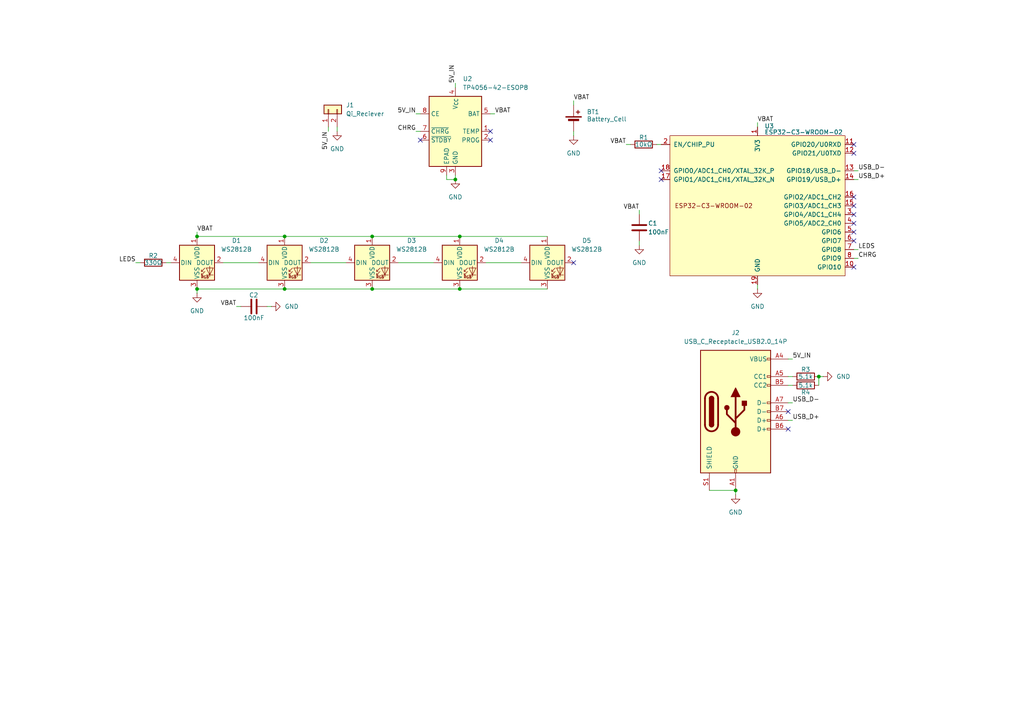
<source format=kicad_sch>
(kicad_sch (version 20250114) (generator "eeschema") (generator_version "9.0")
  (paper "A4")
  (lib_symbols
    (symbol "Battery_Management:TP4056-42-ESOP8"
      (property "Reference" "U" (at -6.604 11.684 0))
      (property "Value" "TP4056-42-ESOP8" (at 10.16 11.684 0))
      (symbol "TP4056-42-ESOP8_1_0"
        (pin input line (at -10.16 5.08 0) (length 2.54) (name "CE") (number "8"))
        (pin open_collector line (at -10.16 0 0) (length 2.54) (name "~{CHRG}") (number "7"))
        (pin open_collector line (at -10.16 -2.54 0) (length 2.54) (name "~{STDBY}") (number "6"))
        (pin passive line (at -2.54 -12.7 90) (length 2.54) (name "EPAD") (number "9"))
        (pin power_in line (at 0 12.7 270) (length 2.54) (name "V_{CC}") (number "4"))
        (pin power_in line (at 0 -12.7 90) (length 2.54) (name "GND") (number "3"))
        (pin power_out line (at 10.16 5.08 180) (length 2.54) (name "BAT") (number "5"))
        (pin input line (at 10.16 0 180) (length 2.54) (name "TEMP") (number "1"))
        (pin passive line (at 10.16 -2.54 180) (length 2.54) (name "PROG") (number "2"))
      )
      (symbol "TP4056-42-ESOP8_1_1"
        (rectangle (start -7.62 10.16) (end 7.62 -10.16) (stroke (width 0.254)) (fill (type background)))
      )
    )
    (symbol "Connector:USB_C_Receptacle_USB2.0_14P" (pin_names (offset 1.016))
      (property "Reference" "J" (at 0 22.225 0))
      (property "Value" "USB_C_Receptacle_USB2.0_14P" (at 0 19.685 0))
      (symbol "USB_C_Receptacle_USB2.0_14P_0_0"
        (rectangle (start -0.254 -17.78) (end 0.254 -16.764))
        (rectangle (start 10.16 15.494) (end 9.144 14.986))
        (rectangle (start 10.16 10.414) (end 9.144 9.906))
        (rectangle (start 10.16 7.874) (end 9.144 7.366))
        (rectangle (start 10.16 2.794) (end 9.144 2.286))
        (rectangle (start 10.16 0.254) (end 9.144 -0.254))
        (rectangle (start 10.16 -2.286) (end 9.144 -2.794))
        (rectangle (start 10.16 -4.826) (end 9.144 -5.334))
      )
      (symbol "USB_C_Receptacle_USB2.0_14P_0_1"
        (rectangle (start -10.16 17.78) (end 10.16 -17.78) (stroke (width 0.254)) (fill (type background)))
        (polyline (pts (xy -8.89 -3.81) (xy -8.89 3.81)) (stroke (width 0.508)))
        (rectangle (start -7.62 -3.81) (end -6.35 3.81) (stroke (width 0.254)) (fill (type outline)))
        (arc (start -7.62 3.81) (mid -6.985 4.4423) (end -6.35 3.81) (stroke (width 0.254)))
        (arc (start -7.62 3.81) (mid -6.985 4.4423) (end -6.35 3.81) (stroke (width 0.254)) (fill (type outline)))
        (arc (start -8.89 3.81) (mid -6.985 5.7067) (end -5.08 3.81) (stroke (width 0.508)))
        (arc (start -5.08 -3.81) (mid -6.985 -5.7067) (end -8.89 -3.81) (stroke (width 0.508)))
        (arc (start -6.35 -3.81) (mid -6.985 -4.4423) (end -7.62 -3.81) (stroke (width 0.254)))
        (arc (start -6.35 -3.81) (mid -6.985 -4.4423) (end -7.62 -3.81) (stroke (width 0.254)) (fill (type outline)))
        (polyline (pts (xy -5.08 3.81) (xy -5.08 -3.81)) (stroke (width 0.508)))
        (circle (center -2.54 1.143) (radius 0.635) (stroke (width 0.254)) (fill (type outline)))
        (polyline (pts (xy -1.27 4.318) (xy 0 6.858) (xy 1.27 4.318) (xy -1.27 4.318)) (stroke (width 0.254)) (fill (type outline)))
        (polyline (pts (xy 0 -2.032) (xy 2.54 0.508) (xy 2.54 1.778)) (stroke (width 0.508)))
        (polyline (pts (xy 0 -3.302) (xy -2.54 -0.762) (xy -2.54 0.508)) (stroke (width 0.508)))
        (polyline (pts (xy 0 -5.842) (xy 0 4.318)) (stroke (width 0.508)))
        (circle (center 0 -5.842) (radius 1.27) (fill (type outline)))
        (rectangle (start 1.905 1.778) (end 3.175 3.048) (stroke (width 0.254)) (fill (type outline)))
      )
      (symbol "USB_C_Receptacle_USB2.0_14P_1_1"
        (pin passive line (at -7.62 -22.86 90) (length 5.08) (name "SHIELD") (number "S1"))
        (pin passive line (at 0 -22.86 90) (length 5.08) (name "GND") (number "A1"))
        (pin passive line (at 0 -22.86 90) (length 5.08) (hide yes) (name "GND") (number "A12"))
        (pin passive line (at 0 -22.86 90) (length 5.08) (hide yes) (name "GND") (number "B1"))
        (pin passive line (at 0 -22.86 90) (length 5.08) (hide yes) (name "GND") (number "B12"))
        (pin passive line (at 15.24 15.24 180) (length 5.08) (name "VBUS") (number "A4"))
        (pin passive line (at 15.24 15.24 180) (length 5.08) (hide yes) (name "VBUS") (number "A9"))
        (pin passive line (at 15.24 15.24 180) (length 5.08) (hide yes) (name "VBUS") (number "B4"))
        (pin passive line (at 15.24 15.24 180) (length 5.08) (hide yes) (name "VBUS") (number "B9"))
        (pin bidirectional line (at 15.24 10.16 180) (length 5.08) (name "CC1") (number "A5"))
        (pin bidirectional line (at 15.24 7.62 180) (length 5.08) (name "CC2") (number "B5"))
        (pin bidirectional line (at 15.24 2.54 180) (length 5.08) (name "D-") (number "A7"))
        (pin bidirectional line (at 15.24 0 180) (length 5.08) (name "D-") (number "B7"))
        (pin bidirectional line (at 15.24 -2.54 180) (length 5.08) (name "D+") (number "A6"))
        (pin bidirectional line (at 15.24 -5.08 180) (length 5.08) (name "D+") (number "B6"))
      )
    )
    (symbol "Connector_Generic:Conn_01x02" (pin_names (offset 1.016) (hide yes))
      (property "Reference" "J" (at 0 2.54 0))
      (property "Value" "Conn_01x02" (at 0 -5.08 0))
      (symbol "Conn_01x02_1_1"
        (rectangle (start -1.27 1.27) (end 1.27 -3.81) (stroke (width 0.254)) (fill (type background)))
        (rectangle (start -1.27 0.127) (end 0 -0.127) (stroke (width 0.1524)))
        (rectangle (start -1.27 -2.413) (end 0 -2.667) (stroke (width 0.1524)))
        (pin passive line (at -5.08 0 0) (length 3.81) (name "Pin_1") (number "1"))
        (pin passive line (at -5.08 -2.54 0) (length 3.81) (name "Pin_2") (number "2"))
      )
    )
    (symbol "Device:Battery_Cell" (pin_numbers (hide yes)) (pin_names (offset 0) (hide yes))
      (property "Reference" "BT" (at 2.54 2.54 0))
      (property "Value" "Battery_Cell" (at 2.54 0 0))
      (symbol "Battery_Cell_0_1"
        (rectangle (start -2.286 1.778) (end 2.286 1.524) (fill (type outline)))
        (rectangle (start -1.524 1.016) (end 1.524 0.508) (fill (type outline)))
        (polyline (pts (xy 0 1.778) (xy 0 2.54)))
        (polyline (pts (xy 0 0.762) (xy 0 0)))
        (polyline (pts (xy 0.762 3.048) (xy 1.778 3.048)) (stroke (width 0.254)))
        (polyline (pts (xy 1.27 3.556) (xy 1.27 2.54)) (stroke (width 0.254)))
      )
      (symbol "Battery_Cell_1_1"
        (pin passive line (at 0 5.08 270) (length 2.54) (name "+") (number "1"))
        (pin passive line (at 0 -2.54 90) (length 2.54) (name "-") (number "2"))
      )
    )
    (symbol "Device:C" (pin_numbers (hide yes)) (pin_names (offset 0.254))
      (property "Reference" "C" (at 0.635 2.54 0))
      (property "Value" "C" (at 0.635 -2.54 0))
      (symbol "C_0_1"
        (polyline (pts (xy -2.032 0.762) (xy 2.032 0.762)) (stroke (width 0.508)))
        (polyline (pts (xy -2.032 -0.762) (xy 2.032 -0.762)) (stroke (width 0.508)))
      )
      (symbol "C_1_1"
        (pin passive line (at 0 3.81 270) (length 2.794) (name "~") (number "1"))
        (pin passive line (at 0 -3.81 90) (length 2.794) (name "~") (number "2"))
      )
    )
    (symbol "Device:R" (pin_numbers (hide yes)) (pin_names (offset 0))
      (property "Reference" "R" (at 2.032 0 90))
      (property "Value" "R" (at 0 0 90))
      (symbol "R_0_1"
        (rectangle (start -1.016 -2.54) (end 1.016 2.54) (stroke (width 0.254)))
      )
      (symbol "R_1_1"
        (pin passive line (at 0 3.81 270) (length 1.27) (name "~") (number "1"))
        (pin passive line (at 0 -3.81 90) (length 1.27) (name "~") (number "2"))
      )
    )
    (symbol "Espressif:ESP32-C3-WROOM-02" (pin_names (offset 1.016))
      (property "Reference" "U" (at -25.4 25.4 0))
      (property "Value" "ESP32-C3-WROOM-02" (at -25.4 22.86 0))
      (symbol "ESP32-C3-WROOM-02_0_0"
        (text "ESP32-C3-WROOM-02" (at -12.7 0 0) (effects (font (size 1.27 1.27))))
      )
      (symbol "ESP32-C3-WROOM-02_0_1"
        (rectangle (start 25.4 20.32) (end -25.4 -20.32) (fill (type background)))
      )
      (symbol "ESP32-C3-WROOM-02_1_1"
        (pin input line (at -27.94 17.78 0) (length 2.54) (name "EN/CHIP_PU") (number "2"))
        (pin bidirectional line (at -27.94 10.16 0) (length 2.54) (name "GPIO0/ADC1_CH0/XTAL_32K_P") (number "18"))
        (pin bidirectional line (at -27.94 7.62 0) (length 2.54) (name "GPIO1/ADC1_CH1/XTAL_32K_N") (number "17"))
        (pin power_in line (at 0 22.86 270) (length 2.54) (name "3V3") (number "1"))
        (pin power_in line (at 0 -22.86 90) (length 2.54) (name "GND") (number "19"))
        (pin passive line (at 0 -22.86 90) (length 2.54) (hide yes) (name "GND") (number "9"))
        (pin bidirectional line (at 27.94 17.78 180) (length 2.54) (name "GPIO20/U0RXD") (number "11"))
        (pin bidirectional line (at 27.94 15.24 180) (length 2.54) (name "GPIO21/U0TXD") (number "12"))
        (pin bidirectional line (at 27.94 10.16 180) (length 2.54) (name "GPIO18/USB_D-") (number "13"))
        (pin bidirectional line (at 27.94 7.62 180) (length 2.54) (name "GPIO19/USB_D+") (number "14"))
        (pin bidirectional line (at 27.94 2.54 180) (length 2.54) (name "GPIO2/ADC1_CH2") (number "16"))
        (pin bidirectional line (at 27.94 0 180) (length 2.54) (name "GPIO3/ADC1_CH3") (number "15"))
        (pin bidirectional line (at 27.94 -2.54 180) (length 2.54) (name "GPIO4/ADC1_CH4") (number "3"))
        (pin bidirectional line (at 27.94 -5.08 180) (length 2.54) (name "GPIO5/ADC2_CH0") (number "4"))
        (pin bidirectional line (at 27.94 -7.62 180) (length 2.54) (name "GPIO6") (number "5"))
        (pin bidirectional line (at 27.94 -10.16 180) (length 2.54) (name "GPIO7") (number "6"))
        (pin bidirectional line (at 27.94 -12.7 180) (length 2.54) (name "GPIO8") (number "7"))
        (pin bidirectional line (at 27.94 -15.24 180) (length 2.54) (name "GPIO9") (number "8"))
        (pin bidirectional line (at 27.94 -17.78 180) (length 2.54) (name "GPIO10") (number "10"))
      )
    )
    (symbol "LED:WS2812B" (pin_names (offset 0.254))
      (property "Reference" "D" (at 5.08 5.715 0))
      (property "Value" "WS2812B" (at 1.27 -5.715 0))
      (symbol "WS2812B_0_0"
        (text "RGB" (at 2.286 -4.191 0) (effects (font (size 0.762 0.762))))
      )
      (symbol "WS2812B_0_1"
        (polyline (pts (xy 1.27 -2.54) (xy 1.778 -2.54)))
        (polyline (pts (xy 1.27 -3.556) (xy 1.778 -3.556)))
        (polyline (pts (xy 2.286 -1.524) (xy 1.27 -2.54) (xy 1.27 -2.032)))
        (polyline (pts (xy 2.286 -2.54) (xy 1.27 -3.556) (xy 1.27 -3.048)))
        (polyline (pts (xy 3.683 -1.016) (xy 3.683 -3.556) (xy 3.683 -4.064)))
        (polyline (pts (xy 4.699 -1.524) (xy 2.667 -1.524) (xy 3.683 -3.556) (xy 4.699 -1.524)))
        (polyline (pts (xy 4.699 -3.556) (xy 2.667 -3.556)))
        (rectangle (start 5.08 5.08) (end -5.08 -5.08) (stroke (width 0.254)) (fill (type background)))
      )
      (symbol "WS2812B_1_1"
        (pin input line (at -7.62 0 0) (length 2.54) (name "DIN") (number "4"))
        (pin power_in line (at 0 7.62 270) (length 2.54) (name "VDD") (number "1"))
        (pin power_in line (at 0 -7.62 90) (length 2.54) (name "VSS") (number "3"))
        (pin output line (at 7.62 0 180) (length 2.54) (name "DOUT") (number "2"))
      )
    )
    (symbol "power:GND" (power) (pin_numbers (hide yes)) (pin_names (offset 0) (hide yes))
      (property "Value" "GND" (at 0 -3.81 0))
      (symbol "GND_0_1"
        (polyline (pts (xy 0 0) (xy 0 -1.27) (xy 1.27 -1.27) (xy 0 -2.54) (xy -1.27 -1.27) (xy 0 -1.27)))
      )
      (symbol "GND_1_1"
        (pin power_in line (at 0 0 270) (length 0) (name "~") (number "1"))
      )
    )
  )
  (junction (at 57.15 68.58))
  (junction (at 213.36 142.24))
  (junction (at 237.49 109.22))
  (junction (at 107.95 83.82))
  (junction (at 82.55 68.58))
  (junction (at 133.35 83.82))
  (junction (at 107.95 68.58))
  (junction (at 132.08 52.07))
  (junction (at 133.35 68.58))
  (junction (at 82.55 83.82))
  (junction (at 57.15 83.82))
  (no_connect (at 247.65 59.69))
  (no_connect (at 228.6 124.46))
  (no_connect (at 142.24 38.1))
  (no_connect (at 191.77 49.53))
  (no_connect (at 121.92 40.64))
  (no_connect (at 166.37 76.2))
  (no_connect (at 247.65 77.47))
  (no_connect (at 191.77 52.07))
  (no_connect (at 247.65 41.91))
  (no_connect (at 247.65 67.31))
  (no_connect (at 142.24 40.64))
  (no_connect (at 247.65 64.77))
  (no_connect (at 247.65 69.85))
  (no_connect (at 247.65 62.23))
  (no_connect (at 247.65 44.45))
  (no_connect (at 228.6 119.38))
  (no_connect (at 247.65 57.15))
  (wire (pts (xy 166.37 29.21) (xy 166.37 30.48)))
  (wire (pts (xy 77.47 88.9) (xy 78.74 88.9)))
  (wire (pts (xy 133.35 68.58) (xy 158.75 68.58)))
  (wire (pts (xy 57.15 68.58) (xy 82.55 68.58)))
  (wire (pts (xy 205.74 142.24) (xy 213.36 142.24)))
  (wire (pts (xy 228.6 109.22) (xy 229.87 109.22)))
  (wire (pts (xy 57.15 83.82) (xy 82.55 83.82)))
  (wire (pts (xy 247.65 52.07) (xy 248.92 52.07)))
  (wire (pts (xy 82.55 68.58) (xy 107.95 68.58)))
  (wire (pts (xy 39.37 76.2) (xy 40.64 76.2)))
  (wire (pts (xy 115.57 76.2) (xy 125.73 76.2)))
  (wire (pts (xy 219.71 35.56) (xy 219.71 36.83)))
  (wire (pts (xy 166.37 38.1) (xy 166.37 39.37)))
  (wire (pts (xy 228.6 111.76) (xy 229.87 111.76)))
  (wire (pts (xy 120.65 33.02) (xy 121.92 33.02)))
  (wire (pts (xy 97.79 36.83) (xy 97.79 38.1)))
  (wire (pts (xy 82.55 83.82) (xy 107.95 83.82)))
  (wire (pts (xy 181.61 41.91) (xy 182.88 41.91)))
  (wire (pts (xy 129.54 52.07) (xy 132.08 52.07)))
  (wire (pts (xy 140.97 76.2) (xy 151.13 76.2)))
  (wire (pts (xy 120.65 38.1) (xy 121.92 38.1)))
  (wire (pts (xy 107.95 83.82) (xy 133.35 83.82)))
  (wire (pts (xy 185.42 60.96) (xy 185.42 62.23)))
  (wire (pts (xy 190.5 41.91) (xy 191.77 41.91)))
  (wire (pts (xy 185.42 69.85) (xy 185.42 71.12)))
  (wire (pts (xy 228.6 121.92) (xy 229.87 121.92)))
  (wire (pts (xy 237.49 109.22) (xy 237.49 111.76)))
  (wire (pts (xy 57.15 83.82) (xy 57.15 85.09)))
  (wire (pts (xy 132.08 50.8) (xy 132.08 52.07)))
  (wire (pts (xy 133.35 83.82) (xy 158.75 83.82)))
  (wire (pts (xy 57.15 67.31) (xy 57.15 68.58)))
  (wire (pts (xy 237.49 109.22) (xy 238.76 109.22)))
  (wire (pts (xy 247.65 74.93) (xy 248.92 74.93)))
  (wire (pts (xy 228.6 116.84) (xy 229.87 116.84)))
  (wire (pts (xy 90.17 76.2) (xy 100.33 76.2)))
  (wire (pts (xy 95.25 36.83) (xy 95.25 38.1)))
  (wire (pts (xy 247.65 49.53) (xy 248.92 49.53)))
  (wire (pts (xy 68.58 88.9) (xy 69.85 88.9)))
  (wire (pts (xy 228.6 104.14) (xy 229.87 104.14)))
  (wire (pts (xy 213.36 142.24) (xy 213.36 143.51)))
  (wire (pts (xy 142.24 33.02) (xy 143.51 33.02)))
  (wire (pts (xy 48.26 76.2) (xy 49.53 76.2)))
  (wire (pts (xy 107.95 68.58) (xy 133.35 68.58)))
  (wire (pts (xy 132.08 24.13) (xy 132.08 25.4)))
  (wire (pts (xy 64.77 76.2) (xy 74.93 76.2)))
  (wire (pts (xy 219.71 82.55) (xy 219.71 83.82)))
  (wire (pts (xy 129.54 50.8) (xy 129.54 52.07)))
  (wire (pts (xy 247.65 72.39) (xy 248.92 72.39)))
  (label "USB_D+" (at 229.87 121.92 0))
  (label "VBAT" (at 143.51 33.02 0))
  (label "LEDS" (at 39.37 76.2 180))
  (label "CHRG" (at 248.92 74.93 0))
  (label "USB_D-" (at 229.87 116.84 0))
  (label "VBAT" (at 181.61 41.91 180))
  (label "CHRG" (at 120.65 38.1 180))
  (label "USB_D+" (at 248.92 52.07 0))
  (label "VBAT" (at 166.37 29.21 0))
  (label "VBAT" (at 185.42 60.96 180))
  (label "5V_IN" (at 95.25 38.1 270))
  (label "5V_IN" (at 132.08 24.13 90))
  (label "VBAT" (at 68.58 88.9 180))
  (label "VBAT" (at 57.15 67.31 0))
  (label "LEDS" (at 248.92 72.39 0))
  (label "VBAT" (at 219.71 35.56 0))
  (label "5V_IN" (at 120.65 33.02 180))
  (label "5V_IN" (at 229.87 104.14 0))
  (label "USB_D-" (at 248.92 49.53 0))
  (symbol (lib_id "LED:WS2812B") (at 158.75 76.2 0) (unit 1)
    (property "Reference" "D5" (at 170.18 69.7798 0))
    (property "Value" "WS2812B" (at 170.18 72.3198 0))
    (property "Footprint" "LED_SMD:LED_WS2812B_PLCC4_5.0x5.0mm_P3.2mm" (effects (hide yes)))
    (property "Datasheet" "https://cdn-shop.adafruit.com/datasheets/WS2812B.pdf" (effects (hide yes)))
    (property "Description" "RGB LED with integrated controller" (effects (hide yes)))
  )
  (symbol (lib_id "Device:R") (at 233.68 111.76 90) (unit 1)
    (property "Reference" "R4" (at 233.68 113.792 90))
    (property "Value" "5.1k" (at 233.68 111.76 90))
    (property "Footprint" "Resistor_SMD:R_1206_3216Metric_Pad1.30x1.75mm_HandSolder" (effects (hide yes)))
    (property "Description" "Resistor" (effects (hide yes)))
  )
  (symbol (lib_id "power:GND") (at 185.42 71.12 0) (unit 1)
    (property "Reference" "#PWR06" (effects (hide yes)))
    (property "Value" "GND" (at 185.42 76.2 0))
    (property "Description" "Power symbol creates a global label with name \"GND\" , ground" (effects (hide yes)))
  )
  (symbol (lib_id "power:GND") (at 238.76 109.22 90) (unit 1)
    (property "Reference" "#PWR02" (effects (hide yes)))
    (property "Value" "GND" (at 242.57 109.2199 90) (effects (justify right)))
    (property "Description" "Power symbol creates a global label with name \"GND\" , ground" (effects (hide yes)))
  )
  (symbol (lib_id "Device:R") (at 44.45 76.2 90) (unit 1)
    (property "Reference" "R2" (at 44.45 74.168 90))
    (property "Value" "330Ω" (at 44.45 76.2 90))
    (property "Footprint" "Resistor_SMD:R_1206_3216Metric_Pad1.30x1.75mm_HandSolder" (effects (hide yes)))
    (property "Description" "Resistor" (effects (hide yes)))
  )
  (symbol (lib_id "LED:WS2812B") (at 133.35 76.2 0) (unit 1)
    (property "Reference" "D4" (at 144.78 69.7798 0))
    (property "Value" "WS2812B" (at 144.78 72.3198 0))
    (property "Footprint" "LED_SMD:LED_WS2812B_PLCC4_5.0x5.0mm_P3.2mm" (effects (hide yes)))
    (property "Datasheet" "https://cdn-shop.adafruit.com/datasheets/WS2812B.pdf" (effects (hide yes)))
    (property "Description" "RGB LED with integrated controller" (effects (hide yes)))
  )
  (symbol (lib_id "Battery_Management:TP4056-42-ESOP8") (at 132.08 38.1 0) (unit 1)
    (property "Reference" "U2" (at 134.2233 22.86 0) (effects (justify left)))
    (property "Value" "TP4056-42-ESOP8" (at 134.2233 25.4 0) (effects (justify left)))
    (property "Footprint" "Package_SO:SOIC-8-1EP_3.9x4.9mm_P1.27mm_EP2.41x3.3mm_ThermalVias" (effects (hide yes)))
    (property "Datasheet" "https://www.lcsc.com/datasheet/lcsc_datasheet_2410121619_TOPPOWER-Nanjing-Extension-Microelectronics-TP4056-42-ESOP8_C16581.pdf" (effects (hide yes)))
    (property "Description" "1A Standalone Linear Li-ion/LiPo single-cell battery charger, 4.2V ±1% charge voltage, VCC = 4.0..8.0V, SOIC-8 (SOP-8)" (effects (hide yes)))
  )
  (symbol (lib_id "Device:Battery_Cell") (at 166.37 35.56 0) (unit 1)
    (property "Reference" "BT1" (at 170.18 32.4484 0) (effects (justify left)))
    (property "Value" "Battery_Cell" (at 170.18 34.544 0) (effects (justify left)))
    (property "Footprint" "Connector_PinHeader_1.00mm:PinHeader_1x02_P1.00mm_Vertical" (effects (hide yes)))
    (property "Description" "Single-cell battery" (effects (hide yes)))
  )
  (symbol (lib_id "LED:WS2812B") (at 82.55 76.2 0) (unit 1)
    (property "Reference" "D2" (at 93.98 69.7798 0))
    (property "Value" "WS2812B" (at 93.98 72.3198 0))
    (property "Footprint" "LED_SMD:LED_WS2812B_PLCC4_5.0x5.0mm_P3.2mm" (effects (hide yes)))
    (property "Datasheet" "https://cdn-shop.adafruit.com/datasheets/WS2812B.pdf" (effects (hide yes)))
    (property "Description" "RGB LED with integrated controller" (effects (hide yes)))
  )
  (symbol (lib_id "LED:WS2812B") (at 57.15 76.2 0) (unit 1)
    (property "Reference" "D1" (at 68.58 69.7798 0))
    (property "Value" "WS2812B" (at 68.58 72.3198 0))
    (property "Footprint" "LED_SMD:LED_WS2812B_PLCC4_5.0x5.0mm_P3.2mm" (effects (hide yes)))
    (property "Datasheet" "https://cdn-shop.adafruit.com/datasheets/WS2812B.pdf" (effects (hide yes)))
    (property "Description" "RGB LED with integrated controller" (effects (hide yes)))
  )
  (symbol (lib_id "Espressif:ESP32-C3-WROOM-02") (at 219.71 59.69 0) (unit 1)
    (property "Reference" "U3" (at 221.742 36.576 0) (effects (justify left)))
    (property "Value" "ESP32-C3-WROOM-02" (at 221.742 38.354 0) (effects (justify left)))
    (property "Footprint" "Espressif:ESP32-C3-WROOM-02" (effects (hide yes)))
    (property "Datasheet" "https://www.espressif.com/sites/default/files/documentation/esp32-c3-wroom-02_datasheet_en.pdf" (effects (hide yes)))
    (property "Description" "ESP32-C3-WROOM-02 is a general-purpose Wi-Fi and Bluetooth LE module. This module features a rich set of peripherals and high performance, which makes it an ideal choice for smart home, industrial automation, health care, consumer electronics, etc." (effects (hide yes)))
  )
  (symbol (lib_id "power:GND") (at 97.79 38.1 0) (unit 1)
    (property "Reference" "#PWR04" (effects (hide yes)))
    (property "Value" "GND" (at 97.79 43.18 0))
    (property "Description" "Power symbol creates a global label with name \"GND\" , ground" (effects (hide yes)))
  )
  (symbol (lib_id "LED:WS2812B") (at 107.95 76.2 0) (unit 1)
    (property "Reference" "D3" (at 119.38 69.7798 0))
    (property "Value" "WS2812B" (at 119.38 72.3198 0))
    (property "Footprint" "LED_SMD:LED_WS2812B_PLCC4_5.0x5.0mm_P3.2mm" (effects (hide yes)))
    (property "Datasheet" "https://cdn-shop.adafruit.com/datasheets/WS2812B.pdf" (effects (hide yes)))
    (property "Description" "RGB LED with integrated controller" (effects (hide yes)))
  )
  (symbol (lib_id "power:GND") (at 219.71 83.82 0) (unit 1)
    (property "Reference" "#PWR08" (effects (hide yes)))
    (property "Value" "GND" (at 219.71 88.9 0))
    (property "Description" "Power symbol creates a global label with name \"GND\" , ground" (effects (hide yes)))
  )
  (symbol (lib_id "Device:R") (at 186.69 41.91 90) (unit 1)
    (property "Reference" "R1" (at 186.69 39.878 90))
    (property "Value" "10kΩ" (at 186.69 41.91 90))
    (property "Footprint" "Resistor_SMD:R_1206_3216Metric_Pad1.30x1.75mm_HandSolder" (effects (hide yes)))
    (property "Description" "Resistor" (effects (hide yes)))
  )
  (symbol (lib_id "Connector_Generic:Conn_01x02") (at 95.25 31.75 90) (unit 1)
    (property "Reference" "J1" (at 100.33 30.4799 90) (effects (justify right)))
    (property "Value" "Qi_Reciever" (at 100.33 33.0199 90) (effects (justify right)))
    (property "Footprint" "Connector_PinHeader_1.00mm:PinHeader_1x02_P1.00mm_Vertical" (effects (hide yes)))
    (property "Description" "Generic connector, single row, 01x02, script generated (kicad-library-utils/schlib/autogen/connector/)" (effects (hide yes)))
  )
  (symbol (lib_id "power:GND") (at 166.37 39.37 0) (unit 1)
    (property "Reference" "#PWR01" (effects (hide yes)))
    (property "Value" "GND" (at 166.37 44.45 0))
    (property "Description" "Power symbol creates a global label with name \"GND\" , ground" (effects (hide yes)))
  )
  (symbol (lib_id "power:GND") (at 57.15 85.09 0) (unit 1)
    (property "Reference" "#PWR03" (effects (hide yes)))
    (property "Value" "GND" (at 57.15 90.17 0))
    (property "Description" "Power symbol creates a global label with name \"GND\" , ground" (effects (hide yes)))
  )
  (symbol (lib_id "Device:C") (at 73.66 88.9 90) (unit 1)
    (property "Reference" "C2" (at 74.93 85.598 90) (effects (justify left)))
    (property "Value" "100nF" (at 76.708 92.202 90) (effects (justify left)))
    (property "Footprint" "Capacitor_SMD:C_1206_3216Metric_Pad1.33x1.80mm_HandSolder" (effects (hide yes)))
    (property "Description" "Unpolarized capacitor" (effects (hide yes)))
  )
  (symbol (lib_id "Device:C") (at 185.42 66.04 0) (unit 1)
    (property "Reference" "C1" (at 187.96 64.77 0) (effects (justify left)))
    (property "Value" "100nF" (at 187.96 67.31 0) (effects (justify left)))
    (property "Footprint" "Capacitor_SMD:C_1206_3216Metric_Pad1.33x1.80mm_HandSolder" (effects (hide yes)))
    (property "Description" "Unpolarized capacitor" (effects (hide yes)))
  )
  (symbol (lib_id "Device:R") (at 233.68 109.22 90) (unit 1)
    (property "Reference" "R3" (at 233.68 107.188 90))
    (property "Value" "5.1k" (at 233.68 109.22 90))
    (property "Footprint" "Resistor_SMD:R_1206_3216Metric_Pad1.30x1.75mm_HandSolder" (effects (hide yes)))
    (property "Description" "Resistor" (effects (hide yes)))
  )
  (symbol (lib_id "power:GND") (at 132.08 52.07 0) (unit 1)
    (property "Reference" "#PWR05" (effects (hide yes)))
    (property "Value" "GND" (at 132.08 57.15 0))
    (property "Description" "Power symbol creates a global label with name \"GND\" , ground" (effects (hide yes)))
  )
  (symbol (lib_id "power:GND") (at 78.74 88.9 90) (unit 1)
    (property "Reference" "#PWR07" (effects (hide yes)))
    (property "Value" "GND" (at 82.55 88.8999 90) (effects (justify right)))
    (property "Description" "Power symbol creates a global label with name \"GND\" , ground" (effects (hide yes)))
  )
  (symbol (lib_id "power:GND") (at 213.36 143.51 0) (unit 1)
    (property "Reference" "#PWR09" (effects (hide yes)))
    (property "Value" "GND" (at 213.36 148.59 0))
    (property "Description" "Power symbol creates a global label with name \"GND\" , ground" (effects (hide yes)))
  )
  (symbol (lib_id "Connector:USB_C_Receptacle_USB2.0_14P") (at 213.36 119.38 0) (unit 1)
    (property "Reference" "J2" (at 213.36 96.52 0))
    (property "Value" "USB_C_Receptacle_USB2.0_14P" (at 213.36 99.06 0))
    (property "Footprint" "Connector_USB:USB_C_Receptacle_HRO_TYPE-C-31-M-12" (effects (hide yes)))
    (property "Datasheet" "https://www.usb.org/sites/default/files/documents/usb_type-c.zip" (effects (hide yes)))
    (property "Description" "USB 2.0-only 14P Type-C Receptacle connector" (effects (hide yes)))
  )
)
</source>
